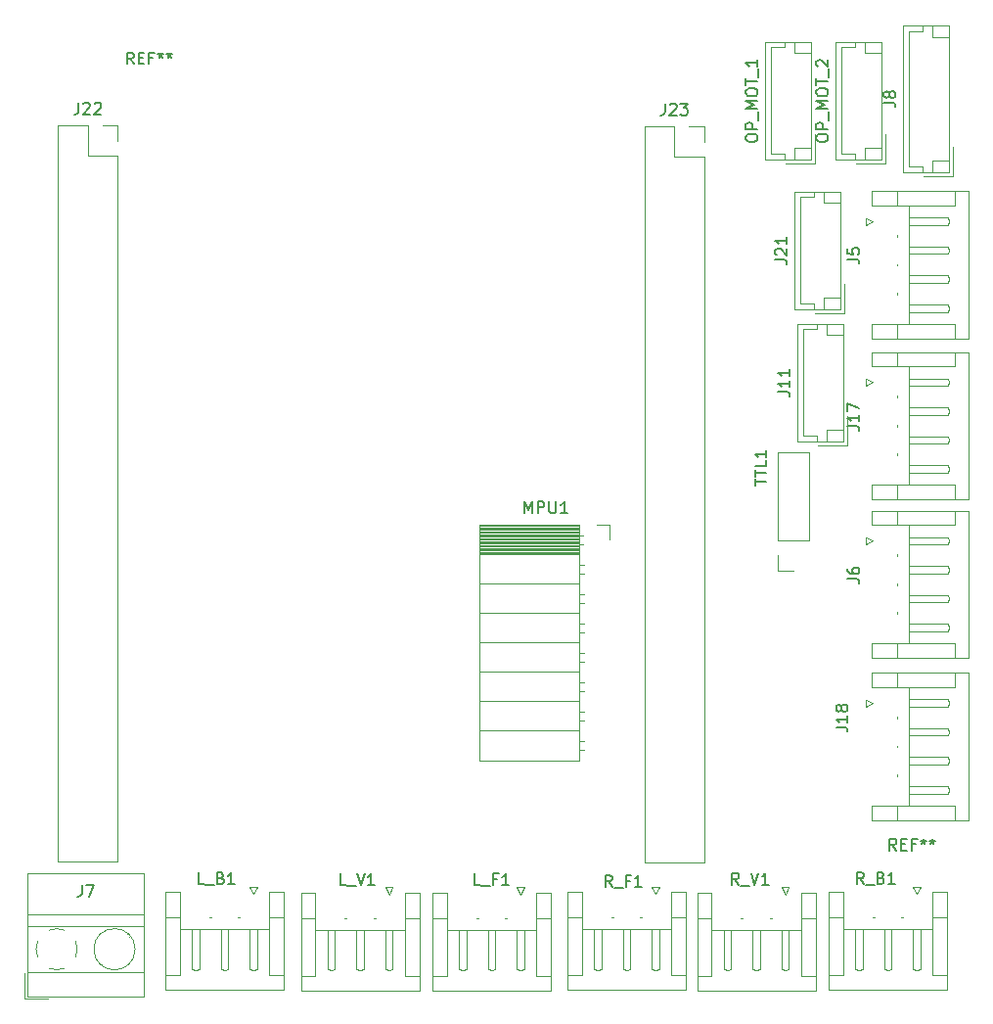
<source format=gbr>
%TF.GenerationSoftware,KiCad,Pcbnew,(5.1.10)-1*%
%TF.CreationDate,2022-05-17T22:08:58+03:00*%
%TF.ProjectId,SAUK-Y v1 STM32F4 Disc,5341554b-2d59-4207-9631-2053544d3332,rev?*%
%TF.SameCoordinates,Original*%
%TF.FileFunction,Legend,Top*%
%TF.FilePolarity,Positive*%
%FSLAX46Y46*%
G04 Gerber Fmt 4.6, Leading zero omitted, Abs format (unit mm)*
G04 Created by KiCad (PCBNEW (5.1.10)-1) date 2022-05-17 22:08:58*
%MOMM*%
%LPD*%
G01*
G04 APERTURE LIST*
%ADD10C,0.120000*%
%ADD11C,0.150000*%
G04 APERTURE END LIST*
D10*
%TO.C,J7*%
X172200000Y-146300000D02*
X174200000Y-146300000D01*
X172200000Y-144060000D02*
X172200000Y-146300000D01*
X178700000Y-143083000D02*
X178650000Y-143133000D01*
X181133000Y-140650000D02*
X181108000Y-140674000D01*
X178892000Y-143325000D02*
X178868000Y-143350000D01*
X181350000Y-140867000D02*
X181301000Y-140917000D01*
X182560000Y-135440000D02*
X182560000Y-146060000D01*
X172440000Y-135440000D02*
X172440000Y-146060000D01*
X172440000Y-146060000D02*
X182560000Y-146060000D01*
X172440000Y-135440000D02*
X182560000Y-135440000D01*
X172440000Y-139000000D02*
X182560000Y-139000000D01*
X172440000Y-140000000D02*
X182560000Y-140000000D01*
X172440000Y-144000000D02*
X182560000Y-144000000D01*
X181780000Y-142000000D02*
G75*
G03*
X181780000Y-142000000I-1780000J0D01*
G01*
X175030814Y-143780389D02*
G75*
G02*
X174304000Y-143639000I-30814J1780389D01*
G01*
X173360795Y-142695516D02*
G75*
G02*
X173361000Y-141304000I1639205J695516D01*
G01*
X174304484Y-140360795D02*
G75*
G02*
X175696000Y-140361000I695516J-1639205D01*
G01*
X176639205Y-141304484D02*
G75*
G02*
X176639000Y-142696000I-1639205J-695516D01*
G01*
X175695501Y-143638499D02*
G75*
G02*
X175000000Y-143780000I-695501J1638499D01*
G01*
%TO.C,J23*%
X229724000Y-70856000D02*
X231054000Y-70856000D01*
X231054000Y-70856000D02*
X231054000Y-72186000D01*
X228454000Y-70856000D02*
X228454000Y-73456000D01*
X228454000Y-73456000D02*
X231054000Y-73456000D01*
X231054000Y-73456000D02*
X231054000Y-134476000D01*
X225854000Y-134476000D02*
X231054000Y-134476000D01*
X225854000Y-70856000D02*
X225854000Y-134476000D01*
X225854000Y-70856000D02*
X228454000Y-70856000D01*
%TO.C,J22*%
X178964000Y-70776000D02*
X180294000Y-70776000D01*
X180294000Y-70776000D02*
X180294000Y-72106000D01*
X177694000Y-70776000D02*
X177694000Y-73376000D01*
X177694000Y-73376000D02*
X180294000Y-73376000D01*
X180294000Y-73376000D02*
X180294000Y-134396000D01*
X175094000Y-134396000D02*
X180294000Y-134396000D01*
X175094000Y-70776000D02*
X175094000Y-134396000D01*
X175094000Y-70776000D02*
X177694000Y-70776000D01*
%TO.C,J18*%
X245042000Y-121014000D02*
X245642000Y-120714000D01*
X245042000Y-120414000D02*
X245042000Y-121014000D01*
X245642000Y-120714000D02*
X245042000Y-120414000D01*
X248732000Y-128534000D02*
X248732000Y-128214000D01*
X252152000Y-128534000D02*
X248732000Y-128534000D01*
X252232000Y-128214000D02*
X252152000Y-128534000D01*
X252152000Y-127894000D02*
X252232000Y-128214000D01*
X248732000Y-127894000D02*
X252152000Y-127894000D01*
X248732000Y-128214000D02*
X248732000Y-127894000D01*
X247732000Y-126884000D02*
X247732000Y-127044000D01*
X248732000Y-126034000D02*
X248732000Y-125714000D01*
X252152000Y-126034000D02*
X248732000Y-126034000D01*
X252232000Y-125714000D02*
X252152000Y-126034000D01*
X252152000Y-125394000D02*
X252232000Y-125714000D01*
X248732000Y-125394000D02*
X252152000Y-125394000D01*
X248732000Y-125714000D02*
X248732000Y-125394000D01*
X247732000Y-124384000D02*
X247732000Y-124544000D01*
X248732000Y-123534000D02*
X248732000Y-123214000D01*
X252152000Y-123534000D02*
X248732000Y-123534000D01*
X252232000Y-123214000D02*
X252152000Y-123534000D01*
X252152000Y-122894000D02*
X252232000Y-123214000D01*
X248732000Y-122894000D02*
X252152000Y-122894000D01*
X248732000Y-123214000D02*
X248732000Y-122894000D01*
X247732000Y-121884000D02*
X247732000Y-122044000D01*
X248732000Y-121034000D02*
X248732000Y-120714000D01*
X252152000Y-121034000D02*
X248732000Y-121034000D01*
X252232000Y-120714000D02*
X252152000Y-121034000D01*
X252152000Y-120394000D02*
X252232000Y-120714000D01*
X248732000Y-120394000D02*
X252152000Y-120394000D01*
X248732000Y-120714000D02*
X248732000Y-120394000D01*
X248732000Y-119324000D02*
X248732000Y-129604000D01*
X247732000Y-129604000D02*
X247732000Y-130824000D01*
X252732000Y-129604000D02*
X247732000Y-129604000D01*
X252732000Y-130824000D02*
X252732000Y-129604000D01*
X247732000Y-119324000D02*
X247732000Y-118104000D01*
X252732000Y-119324000D02*
X247732000Y-119324000D01*
X252732000Y-118104000D02*
X252732000Y-119324000D01*
X245532000Y-129604000D02*
X247732000Y-129604000D01*
X245532000Y-130824000D02*
X245532000Y-129604000D01*
X253952000Y-130824000D02*
X245532000Y-130824000D01*
X253952000Y-118104000D02*
X253952000Y-130824000D01*
X245532000Y-118104000D02*
X253952000Y-118104000D01*
X245532000Y-119324000D02*
X245532000Y-118104000D01*
X247732000Y-119324000D02*
X245532000Y-119324000D01*
%TO.C,J17*%
X245042000Y-93264000D02*
X245642000Y-92964000D01*
X245042000Y-92664000D02*
X245042000Y-93264000D01*
X245642000Y-92964000D02*
X245042000Y-92664000D01*
X248732000Y-100784000D02*
X248732000Y-100464000D01*
X252152000Y-100784000D02*
X248732000Y-100784000D01*
X252232000Y-100464000D02*
X252152000Y-100784000D01*
X252152000Y-100144000D02*
X252232000Y-100464000D01*
X248732000Y-100144000D02*
X252152000Y-100144000D01*
X248732000Y-100464000D02*
X248732000Y-100144000D01*
X247732000Y-99134000D02*
X247732000Y-99294000D01*
X248732000Y-98284000D02*
X248732000Y-97964000D01*
X252152000Y-98284000D02*
X248732000Y-98284000D01*
X252232000Y-97964000D02*
X252152000Y-98284000D01*
X252152000Y-97644000D02*
X252232000Y-97964000D01*
X248732000Y-97644000D02*
X252152000Y-97644000D01*
X248732000Y-97964000D02*
X248732000Y-97644000D01*
X247732000Y-96634000D02*
X247732000Y-96794000D01*
X248732000Y-95784000D02*
X248732000Y-95464000D01*
X252152000Y-95784000D02*
X248732000Y-95784000D01*
X252232000Y-95464000D02*
X252152000Y-95784000D01*
X252152000Y-95144000D02*
X252232000Y-95464000D01*
X248732000Y-95144000D02*
X252152000Y-95144000D01*
X248732000Y-95464000D02*
X248732000Y-95144000D01*
X247732000Y-94134000D02*
X247732000Y-94294000D01*
X248732000Y-93284000D02*
X248732000Y-92964000D01*
X252152000Y-93284000D02*
X248732000Y-93284000D01*
X252232000Y-92964000D02*
X252152000Y-93284000D01*
X252152000Y-92644000D02*
X252232000Y-92964000D01*
X248732000Y-92644000D02*
X252152000Y-92644000D01*
X248732000Y-92964000D02*
X248732000Y-92644000D01*
X248732000Y-91574000D02*
X248732000Y-101854000D01*
X247732000Y-101854000D02*
X247732000Y-103074000D01*
X252732000Y-101854000D02*
X247732000Y-101854000D01*
X252732000Y-103074000D02*
X252732000Y-101854000D01*
X247732000Y-91574000D02*
X247732000Y-90354000D01*
X252732000Y-91574000D02*
X247732000Y-91574000D01*
X252732000Y-90354000D02*
X252732000Y-91574000D01*
X245532000Y-101854000D02*
X247732000Y-101854000D01*
X245532000Y-103074000D02*
X245532000Y-101854000D01*
X253952000Y-103074000D02*
X245532000Y-103074000D01*
X253952000Y-90354000D02*
X253952000Y-103074000D01*
X245532000Y-90354000D02*
X253952000Y-90354000D01*
X245532000Y-91574000D02*
X245532000Y-90354000D01*
X247732000Y-91574000D02*
X245532000Y-91574000D01*
%TO.C,L_B1*%
X191724000Y-136584000D02*
X192024000Y-137184000D01*
X192324000Y-136584000D02*
X191724000Y-136584000D01*
X192024000Y-137184000D02*
X192324000Y-136584000D01*
X186704000Y-140274000D02*
X187024000Y-140274000D01*
X186704000Y-143694000D02*
X186704000Y-140274000D01*
X187024000Y-143774000D02*
X186704000Y-143694000D01*
X187344000Y-143694000D02*
X187024000Y-143774000D01*
X187344000Y-140274000D02*
X187344000Y-143694000D01*
X187024000Y-140274000D02*
X187344000Y-140274000D01*
X188354000Y-139274000D02*
X188194000Y-139274000D01*
X189204000Y-140274000D02*
X189524000Y-140274000D01*
X189204000Y-143694000D02*
X189204000Y-140274000D01*
X189524000Y-143774000D02*
X189204000Y-143694000D01*
X189844000Y-143694000D02*
X189524000Y-143774000D01*
X189844000Y-140274000D02*
X189844000Y-143694000D01*
X189524000Y-140274000D02*
X189844000Y-140274000D01*
X190854000Y-139274000D02*
X190694000Y-139274000D01*
X191704000Y-140274000D02*
X192024000Y-140274000D01*
X191704000Y-143694000D02*
X191704000Y-140274000D01*
X192024000Y-143774000D02*
X191704000Y-143694000D01*
X192344000Y-143694000D02*
X192024000Y-143774000D01*
X192344000Y-140274000D02*
X192344000Y-143694000D01*
X192024000Y-140274000D02*
X192344000Y-140274000D01*
X193414000Y-140274000D02*
X185634000Y-140274000D01*
X185634000Y-139274000D02*
X184414000Y-139274000D01*
X185634000Y-144274000D02*
X185634000Y-139274000D01*
X184414000Y-144274000D02*
X185634000Y-144274000D01*
X193414000Y-139274000D02*
X194634000Y-139274000D01*
X193414000Y-144274000D02*
X193414000Y-139274000D01*
X194634000Y-144274000D02*
X193414000Y-144274000D01*
X185634000Y-137074000D02*
X185634000Y-139274000D01*
X184414000Y-137074000D02*
X185634000Y-137074000D01*
X184414000Y-145494000D02*
X184414000Y-137074000D01*
X194634000Y-145494000D02*
X184414000Y-145494000D01*
X194634000Y-137074000D02*
X194634000Y-145494000D01*
X193414000Y-137074000D02*
X194634000Y-137074000D01*
X193414000Y-139274000D02*
X193414000Y-137074000D01*
%TO.C,L_V1*%
X203466000Y-136654000D02*
X203766000Y-137254000D01*
X204066000Y-136654000D02*
X203466000Y-136654000D01*
X203766000Y-137254000D02*
X204066000Y-136654000D01*
X198446000Y-140344000D02*
X198766000Y-140344000D01*
X198446000Y-143764000D02*
X198446000Y-140344000D01*
X198766000Y-143844000D02*
X198446000Y-143764000D01*
X199086000Y-143764000D02*
X198766000Y-143844000D01*
X199086000Y-140344000D02*
X199086000Y-143764000D01*
X198766000Y-140344000D02*
X199086000Y-140344000D01*
X200096000Y-139344000D02*
X199936000Y-139344000D01*
X200946000Y-140344000D02*
X201266000Y-140344000D01*
X200946000Y-143764000D02*
X200946000Y-140344000D01*
X201266000Y-143844000D02*
X200946000Y-143764000D01*
X201586000Y-143764000D02*
X201266000Y-143844000D01*
X201586000Y-140344000D02*
X201586000Y-143764000D01*
X201266000Y-140344000D02*
X201586000Y-140344000D01*
X202596000Y-139344000D02*
X202436000Y-139344000D01*
X203446000Y-140344000D02*
X203766000Y-140344000D01*
X203446000Y-143764000D02*
X203446000Y-140344000D01*
X203766000Y-143844000D02*
X203446000Y-143764000D01*
X204086000Y-143764000D02*
X203766000Y-143844000D01*
X204086000Y-140344000D02*
X204086000Y-143764000D01*
X203766000Y-140344000D02*
X204086000Y-140344000D01*
X205156000Y-140344000D02*
X197376000Y-140344000D01*
X197376000Y-139344000D02*
X196156000Y-139344000D01*
X197376000Y-144344000D02*
X197376000Y-139344000D01*
X196156000Y-144344000D02*
X197376000Y-144344000D01*
X205156000Y-139344000D02*
X206376000Y-139344000D01*
X205156000Y-144344000D02*
X205156000Y-139344000D01*
X206376000Y-144344000D02*
X205156000Y-144344000D01*
X197376000Y-137144000D02*
X197376000Y-139344000D01*
X196156000Y-137144000D02*
X197376000Y-137144000D01*
X196156000Y-145564000D02*
X196156000Y-137144000D01*
X206376000Y-145564000D02*
X196156000Y-145564000D01*
X206376000Y-137144000D02*
X206376000Y-145564000D01*
X205156000Y-137144000D02*
X206376000Y-137144000D01*
X205156000Y-139344000D02*
X205156000Y-137144000D01*
%TO.C,J6*%
X245042000Y-106980000D02*
X245642000Y-106680000D01*
X245042000Y-106380000D02*
X245042000Y-106980000D01*
X245642000Y-106680000D02*
X245042000Y-106380000D01*
X248732000Y-114500000D02*
X248732000Y-114180000D01*
X252152000Y-114500000D02*
X248732000Y-114500000D01*
X252232000Y-114180000D02*
X252152000Y-114500000D01*
X252152000Y-113860000D02*
X252232000Y-114180000D01*
X248732000Y-113860000D02*
X252152000Y-113860000D01*
X248732000Y-114180000D02*
X248732000Y-113860000D01*
X247732000Y-112850000D02*
X247732000Y-113010000D01*
X248732000Y-112000000D02*
X248732000Y-111680000D01*
X252152000Y-112000000D02*
X248732000Y-112000000D01*
X252232000Y-111680000D02*
X252152000Y-112000000D01*
X252152000Y-111360000D02*
X252232000Y-111680000D01*
X248732000Y-111360000D02*
X252152000Y-111360000D01*
X248732000Y-111680000D02*
X248732000Y-111360000D01*
X247732000Y-110350000D02*
X247732000Y-110510000D01*
X248732000Y-109500000D02*
X248732000Y-109180000D01*
X252152000Y-109500000D02*
X248732000Y-109500000D01*
X252232000Y-109180000D02*
X252152000Y-109500000D01*
X252152000Y-108860000D02*
X252232000Y-109180000D01*
X248732000Y-108860000D02*
X252152000Y-108860000D01*
X248732000Y-109180000D02*
X248732000Y-108860000D01*
X247732000Y-107850000D02*
X247732000Y-108010000D01*
X248732000Y-107000000D02*
X248732000Y-106680000D01*
X252152000Y-107000000D02*
X248732000Y-107000000D01*
X252232000Y-106680000D02*
X252152000Y-107000000D01*
X252152000Y-106360000D02*
X252232000Y-106680000D01*
X248732000Y-106360000D02*
X252152000Y-106360000D01*
X248732000Y-106680000D02*
X248732000Y-106360000D01*
X248732000Y-105290000D02*
X248732000Y-115570000D01*
X247732000Y-115570000D02*
X247732000Y-116790000D01*
X252732000Y-115570000D02*
X247732000Y-115570000D01*
X252732000Y-116790000D02*
X252732000Y-115570000D01*
X247732000Y-105290000D02*
X247732000Y-104070000D01*
X252732000Y-105290000D02*
X247732000Y-105290000D01*
X252732000Y-104070000D02*
X252732000Y-105290000D01*
X245532000Y-115570000D02*
X247732000Y-115570000D01*
X245532000Y-116790000D02*
X245532000Y-115570000D01*
X253952000Y-116790000D02*
X245532000Y-116790000D01*
X253952000Y-104070000D02*
X253952000Y-116790000D01*
X245532000Y-104070000D02*
X253952000Y-104070000D01*
X245532000Y-105290000D02*
X245532000Y-104070000D01*
X247732000Y-105290000D02*
X245532000Y-105290000D01*
%TO.C,J5*%
X245042000Y-79358000D02*
X245642000Y-79058000D01*
X245042000Y-78758000D02*
X245042000Y-79358000D01*
X245642000Y-79058000D02*
X245042000Y-78758000D01*
X248732000Y-86878000D02*
X248732000Y-86558000D01*
X252152000Y-86878000D02*
X248732000Y-86878000D01*
X252232000Y-86558000D02*
X252152000Y-86878000D01*
X252152000Y-86238000D02*
X252232000Y-86558000D01*
X248732000Y-86238000D02*
X252152000Y-86238000D01*
X248732000Y-86558000D02*
X248732000Y-86238000D01*
X247732000Y-85228000D02*
X247732000Y-85388000D01*
X248732000Y-84378000D02*
X248732000Y-84058000D01*
X252152000Y-84378000D02*
X248732000Y-84378000D01*
X252232000Y-84058000D02*
X252152000Y-84378000D01*
X252152000Y-83738000D02*
X252232000Y-84058000D01*
X248732000Y-83738000D02*
X252152000Y-83738000D01*
X248732000Y-84058000D02*
X248732000Y-83738000D01*
X247732000Y-82728000D02*
X247732000Y-82888000D01*
X248732000Y-81878000D02*
X248732000Y-81558000D01*
X252152000Y-81878000D02*
X248732000Y-81878000D01*
X252232000Y-81558000D02*
X252152000Y-81878000D01*
X252152000Y-81238000D02*
X252232000Y-81558000D01*
X248732000Y-81238000D02*
X252152000Y-81238000D01*
X248732000Y-81558000D02*
X248732000Y-81238000D01*
X247732000Y-80228000D02*
X247732000Y-80388000D01*
X248732000Y-79378000D02*
X248732000Y-79058000D01*
X252152000Y-79378000D02*
X248732000Y-79378000D01*
X252232000Y-79058000D02*
X252152000Y-79378000D01*
X252152000Y-78738000D02*
X252232000Y-79058000D01*
X248732000Y-78738000D02*
X252152000Y-78738000D01*
X248732000Y-79058000D02*
X248732000Y-78738000D01*
X248732000Y-77668000D02*
X248732000Y-87948000D01*
X247732000Y-87948000D02*
X247732000Y-89168000D01*
X252732000Y-87948000D02*
X247732000Y-87948000D01*
X252732000Y-89168000D02*
X252732000Y-87948000D01*
X247732000Y-77668000D02*
X247732000Y-76448000D01*
X252732000Y-77668000D02*
X247732000Y-77668000D01*
X252732000Y-76448000D02*
X252732000Y-77668000D01*
X245532000Y-87948000D02*
X247732000Y-87948000D01*
X245532000Y-89168000D02*
X245532000Y-87948000D01*
X253952000Y-89168000D02*
X245532000Y-89168000D01*
X253952000Y-76448000D02*
X253952000Y-89168000D01*
X245532000Y-76448000D02*
X253952000Y-76448000D01*
X245532000Y-77668000D02*
X245532000Y-76448000D01*
X247732000Y-77668000D02*
X245532000Y-77668000D01*
%TO.C,L_F1*%
X214838000Y-136654000D02*
X215138000Y-137254000D01*
X215438000Y-136654000D02*
X214838000Y-136654000D01*
X215138000Y-137254000D02*
X215438000Y-136654000D01*
X209818000Y-140344000D02*
X210138000Y-140344000D01*
X209818000Y-143764000D02*
X209818000Y-140344000D01*
X210138000Y-143844000D02*
X209818000Y-143764000D01*
X210458000Y-143764000D02*
X210138000Y-143844000D01*
X210458000Y-140344000D02*
X210458000Y-143764000D01*
X210138000Y-140344000D02*
X210458000Y-140344000D01*
X211468000Y-139344000D02*
X211308000Y-139344000D01*
X212318000Y-140344000D02*
X212638000Y-140344000D01*
X212318000Y-143764000D02*
X212318000Y-140344000D01*
X212638000Y-143844000D02*
X212318000Y-143764000D01*
X212958000Y-143764000D02*
X212638000Y-143844000D01*
X212958000Y-140344000D02*
X212958000Y-143764000D01*
X212638000Y-140344000D02*
X212958000Y-140344000D01*
X213968000Y-139344000D02*
X213808000Y-139344000D01*
X214818000Y-140344000D02*
X215138000Y-140344000D01*
X214818000Y-143764000D02*
X214818000Y-140344000D01*
X215138000Y-143844000D02*
X214818000Y-143764000D01*
X215458000Y-143764000D02*
X215138000Y-143844000D01*
X215458000Y-140344000D02*
X215458000Y-143764000D01*
X215138000Y-140344000D02*
X215458000Y-140344000D01*
X216528000Y-140344000D02*
X208748000Y-140344000D01*
X208748000Y-139344000D02*
X207528000Y-139344000D01*
X208748000Y-144344000D02*
X208748000Y-139344000D01*
X207528000Y-144344000D02*
X208748000Y-144344000D01*
X216528000Y-139344000D02*
X217748000Y-139344000D01*
X216528000Y-144344000D02*
X216528000Y-139344000D01*
X217748000Y-144344000D02*
X216528000Y-144344000D01*
X208748000Y-137144000D02*
X208748000Y-139344000D01*
X207528000Y-137144000D02*
X208748000Y-137144000D01*
X207528000Y-145564000D02*
X207528000Y-137144000D01*
X217748000Y-145564000D02*
X207528000Y-145564000D01*
X217748000Y-137144000D02*
X217748000Y-145564000D01*
X216528000Y-137144000D02*
X217748000Y-137144000D01*
X216528000Y-139344000D02*
X216528000Y-137144000D01*
%TO.C,R_F1*%
X226522000Y-136584000D02*
X226822000Y-137184000D01*
X227122000Y-136584000D02*
X226522000Y-136584000D01*
X226822000Y-137184000D02*
X227122000Y-136584000D01*
X221502000Y-140274000D02*
X221822000Y-140274000D01*
X221502000Y-143694000D02*
X221502000Y-140274000D01*
X221822000Y-143774000D02*
X221502000Y-143694000D01*
X222142000Y-143694000D02*
X221822000Y-143774000D01*
X222142000Y-140274000D02*
X222142000Y-143694000D01*
X221822000Y-140274000D02*
X222142000Y-140274000D01*
X223152000Y-139274000D02*
X222992000Y-139274000D01*
X224002000Y-140274000D02*
X224322000Y-140274000D01*
X224002000Y-143694000D02*
X224002000Y-140274000D01*
X224322000Y-143774000D02*
X224002000Y-143694000D01*
X224642000Y-143694000D02*
X224322000Y-143774000D01*
X224642000Y-140274000D02*
X224642000Y-143694000D01*
X224322000Y-140274000D02*
X224642000Y-140274000D01*
X225652000Y-139274000D02*
X225492000Y-139274000D01*
X226502000Y-140274000D02*
X226822000Y-140274000D01*
X226502000Y-143694000D02*
X226502000Y-140274000D01*
X226822000Y-143774000D02*
X226502000Y-143694000D01*
X227142000Y-143694000D02*
X226822000Y-143774000D01*
X227142000Y-140274000D02*
X227142000Y-143694000D01*
X226822000Y-140274000D02*
X227142000Y-140274000D01*
X228212000Y-140274000D02*
X220432000Y-140274000D01*
X220432000Y-139274000D02*
X219212000Y-139274000D01*
X220432000Y-144274000D02*
X220432000Y-139274000D01*
X219212000Y-144274000D02*
X220432000Y-144274000D01*
X228212000Y-139274000D02*
X229432000Y-139274000D01*
X228212000Y-144274000D02*
X228212000Y-139274000D01*
X229432000Y-144274000D02*
X228212000Y-144274000D01*
X220432000Y-137074000D02*
X220432000Y-139274000D01*
X219212000Y-137074000D02*
X220432000Y-137074000D01*
X219212000Y-145494000D02*
X219212000Y-137074000D01*
X229432000Y-145494000D02*
X219212000Y-145494000D01*
X229432000Y-137074000D02*
X229432000Y-145494000D01*
X228212000Y-137074000D02*
X229432000Y-137074000D01*
X228212000Y-139274000D02*
X228212000Y-137074000D01*
%TO.C,R_V1*%
X237756000Y-136654000D02*
X238056000Y-137254000D01*
X238356000Y-136654000D02*
X237756000Y-136654000D01*
X238056000Y-137254000D02*
X238356000Y-136654000D01*
X232736000Y-140344000D02*
X233056000Y-140344000D01*
X232736000Y-143764000D02*
X232736000Y-140344000D01*
X233056000Y-143844000D02*
X232736000Y-143764000D01*
X233376000Y-143764000D02*
X233056000Y-143844000D01*
X233376000Y-140344000D02*
X233376000Y-143764000D01*
X233056000Y-140344000D02*
X233376000Y-140344000D01*
X234386000Y-139344000D02*
X234226000Y-139344000D01*
X235236000Y-140344000D02*
X235556000Y-140344000D01*
X235236000Y-143764000D02*
X235236000Y-140344000D01*
X235556000Y-143844000D02*
X235236000Y-143764000D01*
X235876000Y-143764000D02*
X235556000Y-143844000D01*
X235876000Y-140344000D02*
X235876000Y-143764000D01*
X235556000Y-140344000D02*
X235876000Y-140344000D01*
X236886000Y-139344000D02*
X236726000Y-139344000D01*
X237736000Y-140344000D02*
X238056000Y-140344000D01*
X237736000Y-143764000D02*
X237736000Y-140344000D01*
X238056000Y-143844000D02*
X237736000Y-143764000D01*
X238376000Y-143764000D02*
X238056000Y-143844000D01*
X238376000Y-140344000D02*
X238376000Y-143764000D01*
X238056000Y-140344000D02*
X238376000Y-140344000D01*
X239446000Y-140344000D02*
X231666000Y-140344000D01*
X231666000Y-139344000D02*
X230446000Y-139344000D01*
X231666000Y-144344000D02*
X231666000Y-139344000D01*
X230446000Y-144344000D02*
X231666000Y-144344000D01*
X239446000Y-139344000D02*
X240666000Y-139344000D01*
X239446000Y-144344000D02*
X239446000Y-139344000D01*
X240666000Y-144344000D02*
X239446000Y-144344000D01*
X231666000Y-137144000D02*
X231666000Y-139344000D01*
X230446000Y-137144000D02*
X231666000Y-137144000D01*
X230446000Y-145564000D02*
X230446000Y-137144000D01*
X240666000Y-145564000D02*
X230446000Y-145564000D01*
X240666000Y-137144000D02*
X240666000Y-145564000D01*
X239446000Y-137144000D02*
X240666000Y-137144000D01*
X239446000Y-139344000D02*
X239446000Y-137144000D01*
%TO.C,R_B1*%
X249128000Y-136584000D02*
X249428000Y-137184000D01*
X249728000Y-136584000D02*
X249128000Y-136584000D01*
X249428000Y-137184000D02*
X249728000Y-136584000D01*
X244108000Y-140274000D02*
X244428000Y-140274000D01*
X244108000Y-143694000D02*
X244108000Y-140274000D01*
X244428000Y-143774000D02*
X244108000Y-143694000D01*
X244748000Y-143694000D02*
X244428000Y-143774000D01*
X244748000Y-140274000D02*
X244748000Y-143694000D01*
X244428000Y-140274000D02*
X244748000Y-140274000D01*
X245758000Y-139274000D02*
X245598000Y-139274000D01*
X246608000Y-140274000D02*
X246928000Y-140274000D01*
X246608000Y-143694000D02*
X246608000Y-140274000D01*
X246928000Y-143774000D02*
X246608000Y-143694000D01*
X247248000Y-143694000D02*
X246928000Y-143774000D01*
X247248000Y-140274000D02*
X247248000Y-143694000D01*
X246928000Y-140274000D02*
X247248000Y-140274000D01*
X248258000Y-139274000D02*
X248098000Y-139274000D01*
X249108000Y-140274000D02*
X249428000Y-140274000D01*
X249108000Y-143694000D02*
X249108000Y-140274000D01*
X249428000Y-143774000D02*
X249108000Y-143694000D01*
X249748000Y-143694000D02*
X249428000Y-143774000D01*
X249748000Y-140274000D02*
X249748000Y-143694000D01*
X249428000Y-140274000D02*
X249748000Y-140274000D01*
X250818000Y-140274000D02*
X243038000Y-140274000D01*
X243038000Y-139274000D02*
X241818000Y-139274000D01*
X243038000Y-144274000D02*
X243038000Y-139274000D01*
X241818000Y-144274000D02*
X243038000Y-144274000D01*
X250818000Y-139274000D02*
X252038000Y-139274000D01*
X250818000Y-144274000D02*
X250818000Y-139274000D01*
X252038000Y-144274000D02*
X250818000Y-144274000D01*
X243038000Y-137074000D02*
X243038000Y-139274000D01*
X241818000Y-137074000D02*
X243038000Y-137074000D01*
X241818000Y-145494000D02*
X241818000Y-137074000D01*
X252038000Y-145494000D02*
X241818000Y-145494000D01*
X252038000Y-137074000D02*
X252038000Y-145494000D01*
X250818000Y-137074000D02*
X252038000Y-137074000D01*
X250818000Y-139274000D02*
X250818000Y-137074000D01*
%TO.C,J8*%
X248226000Y-74810000D02*
X252246000Y-74810000D01*
X252246000Y-74810000D02*
X252246000Y-62090000D01*
X252246000Y-62090000D02*
X248226000Y-62090000D01*
X248226000Y-62090000D02*
X248226000Y-74810000D01*
X249936000Y-74810000D02*
X249936000Y-74310000D01*
X249936000Y-74310000D02*
X248726000Y-74310000D01*
X248726000Y-74310000D02*
X248726000Y-62590000D01*
X248726000Y-62590000D02*
X249936000Y-62590000D01*
X249936000Y-62590000D02*
X249936000Y-62090000D01*
X250746000Y-74810000D02*
X250746000Y-73810000D01*
X250746000Y-73810000D02*
X252246000Y-73810000D01*
X250746000Y-62090000D02*
X250746000Y-63090000D01*
X250746000Y-63090000D02*
X252246000Y-63090000D01*
X250046000Y-75110000D02*
X252546000Y-75110000D01*
X252546000Y-75110000D02*
X252546000Y-72610000D01*
%TO.C,J11*%
X239082000Y-98114000D02*
X243102000Y-98114000D01*
X243102000Y-98114000D02*
X243102000Y-87894000D01*
X243102000Y-87894000D02*
X239082000Y-87894000D01*
X239082000Y-87894000D02*
X239082000Y-98114000D01*
X240792000Y-98114000D02*
X240792000Y-97614000D01*
X240792000Y-97614000D02*
X239582000Y-97614000D01*
X239582000Y-97614000D02*
X239582000Y-88394000D01*
X239582000Y-88394000D02*
X240792000Y-88394000D01*
X240792000Y-88394000D02*
X240792000Y-87894000D01*
X241602000Y-98114000D02*
X241602000Y-97114000D01*
X241602000Y-97114000D02*
X243102000Y-97114000D01*
X241602000Y-87894000D02*
X241602000Y-88894000D01*
X241602000Y-88894000D02*
X243102000Y-88894000D01*
X240902000Y-98414000D02*
X243402000Y-98414000D01*
X243402000Y-98414000D02*
X243402000Y-95914000D01*
%TO.C,OP_MOT_1*%
X240608000Y-74030000D02*
X240608000Y-71530000D01*
X238108000Y-74030000D02*
X240608000Y-74030000D01*
X238808000Y-64510000D02*
X240308000Y-64510000D01*
X238808000Y-63510000D02*
X238808000Y-64510000D01*
X238808000Y-72730000D02*
X240308000Y-72730000D01*
X238808000Y-73730000D02*
X238808000Y-72730000D01*
X237998000Y-64010000D02*
X237998000Y-63510000D01*
X236788000Y-64010000D02*
X237998000Y-64010000D01*
X236788000Y-73230000D02*
X236788000Y-64010000D01*
X237998000Y-73230000D02*
X236788000Y-73230000D01*
X237998000Y-73730000D02*
X237998000Y-73230000D01*
X236288000Y-63510000D02*
X236288000Y-73730000D01*
X240308000Y-63510000D02*
X236288000Y-63510000D01*
X240308000Y-73730000D02*
X240308000Y-63510000D01*
X236288000Y-73730000D02*
X240308000Y-73730000D01*
%TO.C,OP_MOT_2*%
X242384000Y-73730000D02*
X246404000Y-73730000D01*
X246404000Y-73730000D02*
X246404000Y-63510000D01*
X246404000Y-63510000D02*
X242384000Y-63510000D01*
X242384000Y-63510000D02*
X242384000Y-73730000D01*
X244094000Y-73730000D02*
X244094000Y-73230000D01*
X244094000Y-73230000D02*
X242884000Y-73230000D01*
X242884000Y-73230000D02*
X242884000Y-64010000D01*
X242884000Y-64010000D02*
X244094000Y-64010000D01*
X244094000Y-64010000D02*
X244094000Y-63510000D01*
X244904000Y-73730000D02*
X244904000Y-72730000D01*
X244904000Y-72730000D02*
X246404000Y-72730000D01*
X244904000Y-63510000D02*
X244904000Y-64510000D01*
X244904000Y-64510000D02*
X246404000Y-64510000D01*
X244204000Y-74030000D02*
X246704000Y-74030000D01*
X246704000Y-74030000D02*
X246704000Y-71530000D01*
%TO.C,J21*%
X243148000Y-86984000D02*
X243148000Y-84484000D01*
X240648000Y-86984000D02*
X243148000Y-86984000D01*
X241348000Y-77464000D02*
X242848000Y-77464000D01*
X241348000Y-76464000D02*
X241348000Y-77464000D01*
X241348000Y-85684000D02*
X242848000Y-85684000D01*
X241348000Y-86684000D02*
X241348000Y-85684000D01*
X240538000Y-76964000D02*
X240538000Y-76464000D01*
X239328000Y-76964000D02*
X240538000Y-76964000D01*
X239328000Y-86184000D02*
X239328000Y-76964000D01*
X240538000Y-86184000D02*
X239328000Y-86184000D01*
X240538000Y-86684000D02*
X240538000Y-86184000D01*
X238828000Y-76464000D02*
X238828000Y-86684000D01*
X242848000Y-76464000D02*
X238828000Y-76464000D01*
X242848000Y-86684000D02*
X242848000Y-76464000D01*
X238828000Y-86684000D02*
X242848000Y-86684000D01*
%TO.C,TTL1*%
X240090000Y-106680000D02*
X237430000Y-106680000D01*
X240090000Y-106680000D02*
X240090000Y-99000000D01*
X240090000Y-99000000D02*
X237430000Y-99000000D01*
X237430000Y-106680000D02*
X237430000Y-99000000D01*
X237430000Y-109280000D02*
X237430000Y-107950000D01*
X238760000Y-109280000D02*
X237430000Y-109280000D01*
%TO.C,MPU1*%
X211610000Y-105390000D02*
X220240000Y-105390000D01*
X211610000Y-105508095D02*
X220240000Y-105508095D01*
X211610000Y-105626190D02*
X220240000Y-105626190D01*
X211610000Y-105744285D02*
X220240000Y-105744285D01*
X211610000Y-105862380D02*
X220240000Y-105862380D01*
X211610000Y-105980475D02*
X220240000Y-105980475D01*
X211610000Y-106098570D02*
X220240000Y-106098570D01*
X211610000Y-106216665D02*
X220240000Y-106216665D01*
X211610000Y-106334760D02*
X220240000Y-106334760D01*
X211610000Y-106452855D02*
X220240000Y-106452855D01*
X211610000Y-106570950D02*
X220240000Y-106570950D01*
X211610000Y-106689045D02*
X220240000Y-106689045D01*
X211610000Y-106807140D02*
X220240000Y-106807140D01*
X211610000Y-106925235D02*
X220240000Y-106925235D01*
X211610000Y-107043330D02*
X220240000Y-107043330D01*
X211610000Y-107161425D02*
X220240000Y-107161425D01*
X211610000Y-107279520D02*
X220240000Y-107279520D01*
X211610000Y-107397615D02*
X220240000Y-107397615D01*
X211610000Y-107515710D02*
X220240000Y-107515710D01*
X211610000Y-107633805D02*
X220240000Y-107633805D01*
X211610000Y-107751900D02*
X220240000Y-107751900D01*
X220240000Y-106240000D02*
X220590000Y-106240000D01*
X220240000Y-106960000D02*
X220590000Y-106960000D01*
X220240000Y-108780000D02*
X220650000Y-108780000D01*
X220240000Y-109500000D02*
X220650000Y-109500000D01*
X220240000Y-111320000D02*
X220650000Y-111320000D01*
X220240000Y-112040000D02*
X220650000Y-112040000D01*
X220240000Y-113860000D02*
X220650000Y-113860000D01*
X220240000Y-114580000D02*
X220650000Y-114580000D01*
X220240000Y-116400000D02*
X220650000Y-116400000D01*
X220240000Y-117120000D02*
X220650000Y-117120000D01*
X220240000Y-118940000D02*
X220650000Y-118940000D01*
X220240000Y-119660000D02*
X220650000Y-119660000D01*
X220240000Y-121480000D02*
X220650000Y-121480000D01*
X220240000Y-122200000D02*
X220650000Y-122200000D01*
X220240000Y-124020000D02*
X220650000Y-124020000D01*
X220240000Y-124740000D02*
X220650000Y-124740000D01*
X211610000Y-107870000D02*
X220240000Y-107870000D01*
X211610000Y-110410000D02*
X220240000Y-110410000D01*
X211610000Y-112950000D02*
X220240000Y-112950000D01*
X211610000Y-115490000D02*
X220240000Y-115490000D01*
X211610000Y-118030000D02*
X220240000Y-118030000D01*
X211610000Y-120570000D02*
X220240000Y-120570000D01*
X211610000Y-123110000D02*
X220240000Y-123110000D01*
X211610000Y-105270000D02*
X220240000Y-105270000D01*
X220240000Y-105270000D02*
X220240000Y-125710000D01*
X211610000Y-125710000D02*
X220240000Y-125710000D01*
X211610000Y-105270000D02*
X211610000Y-125710000D01*
X222810000Y-105270000D02*
X222810000Y-106600000D01*
X221700000Y-105270000D02*
X222810000Y-105270000D01*
%TO.C,J7*%
D11*
X177166666Y-136452380D02*
X177166666Y-137166666D01*
X177119047Y-137309523D01*
X177023809Y-137404761D01*
X176880952Y-137452380D01*
X176785714Y-137452380D01*
X177547619Y-136452380D02*
X178214285Y-136452380D01*
X177785714Y-137452380D01*
%TO.C,REF\u002A\u002A*%
X247666666Y-133452380D02*
X247333333Y-132976190D01*
X247095238Y-133452380D02*
X247095238Y-132452380D01*
X247476190Y-132452380D01*
X247571428Y-132500000D01*
X247619047Y-132547619D01*
X247666666Y-132642857D01*
X247666666Y-132785714D01*
X247619047Y-132880952D01*
X247571428Y-132928571D01*
X247476190Y-132976190D01*
X247095238Y-132976190D01*
X248095238Y-132928571D02*
X248428571Y-132928571D01*
X248571428Y-133452380D02*
X248095238Y-133452380D01*
X248095238Y-132452380D01*
X248571428Y-132452380D01*
X249333333Y-132928571D02*
X249000000Y-132928571D01*
X249000000Y-133452380D02*
X249000000Y-132452380D01*
X249476190Y-132452380D01*
X250000000Y-132452380D02*
X250000000Y-132690476D01*
X249761904Y-132595238D02*
X250000000Y-132690476D01*
X250238095Y-132595238D01*
X249857142Y-132880952D02*
X250000000Y-132690476D01*
X250142857Y-132880952D01*
X250761904Y-132452380D02*
X250761904Y-132690476D01*
X250523809Y-132595238D02*
X250761904Y-132690476D01*
X251000000Y-132595238D01*
X250619047Y-132880952D02*
X250761904Y-132690476D01*
X250904761Y-132880952D01*
X181666666Y-65452380D02*
X181333333Y-64976190D01*
X181095238Y-65452380D02*
X181095238Y-64452380D01*
X181476190Y-64452380D01*
X181571428Y-64500000D01*
X181619047Y-64547619D01*
X181666666Y-64642857D01*
X181666666Y-64785714D01*
X181619047Y-64880952D01*
X181571428Y-64928571D01*
X181476190Y-64976190D01*
X181095238Y-64976190D01*
X182095238Y-64928571D02*
X182428571Y-64928571D01*
X182571428Y-65452380D02*
X182095238Y-65452380D01*
X182095238Y-64452380D01*
X182571428Y-64452380D01*
X183333333Y-64928571D02*
X183000000Y-64928571D01*
X183000000Y-65452380D02*
X183000000Y-64452380D01*
X183476190Y-64452380D01*
X184000000Y-64452380D02*
X184000000Y-64690476D01*
X183761904Y-64595238D02*
X184000000Y-64690476D01*
X184238095Y-64595238D01*
X183857142Y-64880952D02*
X184000000Y-64690476D01*
X184142857Y-64880952D01*
X184761904Y-64452380D02*
X184761904Y-64690476D01*
X184523809Y-64595238D02*
X184761904Y-64690476D01*
X185000000Y-64595238D01*
X184619047Y-64880952D02*
X184761904Y-64690476D01*
X184904761Y-64880952D01*
%TO.C,J23*%
X227644476Y-68868380D02*
X227644476Y-69582666D01*
X227596857Y-69725523D01*
X227501619Y-69820761D01*
X227358761Y-69868380D01*
X227263523Y-69868380D01*
X228073047Y-68963619D02*
X228120666Y-68916000D01*
X228215904Y-68868380D01*
X228454000Y-68868380D01*
X228549238Y-68916000D01*
X228596857Y-68963619D01*
X228644476Y-69058857D01*
X228644476Y-69154095D01*
X228596857Y-69296952D01*
X228025428Y-69868380D01*
X228644476Y-69868380D01*
X228977809Y-68868380D02*
X229596857Y-68868380D01*
X229263523Y-69249333D01*
X229406380Y-69249333D01*
X229501619Y-69296952D01*
X229549238Y-69344571D01*
X229596857Y-69439809D01*
X229596857Y-69677904D01*
X229549238Y-69773142D01*
X229501619Y-69820761D01*
X229406380Y-69868380D01*
X229120666Y-69868380D01*
X229025428Y-69820761D01*
X228977809Y-69773142D01*
%TO.C,J22*%
X176884476Y-68788380D02*
X176884476Y-69502666D01*
X176836857Y-69645523D01*
X176741619Y-69740761D01*
X176598761Y-69788380D01*
X176503523Y-69788380D01*
X177313047Y-68883619D02*
X177360666Y-68836000D01*
X177455904Y-68788380D01*
X177694000Y-68788380D01*
X177789238Y-68836000D01*
X177836857Y-68883619D01*
X177884476Y-68978857D01*
X177884476Y-69074095D01*
X177836857Y-69216952D01*
X177265428Y-69788380D01*
X177884476Y-69788380D01*
X178265428Y-68883619D02*
X178313047Y-68836000D01*
X178408285Y-68788380D01*
X178646380Y-68788380D01*
X178741619Y-68836000D01*
X178789238Y-68883619D01*
X178836857Y-68978857D01*
X178836857Y-69074095D01*
X178789238Y-69216952D01*
X178217809Y-69788380D01*
X178836857Y-69788380D01*
%TO.C,J18*%
X242452380Y-122809523D02*
X243166666Y-122809523D01*
X243309523Y-122857142D01*
X243404761Y-122952380D01*
X243452380Y-123095238D01*
X243452380Y-123190476D01*
X243452380Y-121809523D02*
X243452380Y-122380952D01*
X243452380Y-122095238D02*
X242452380Y-122095238D01*
X242595238Y-122190476D01*
X242690476Y-122285714D01*
X242738095Y-122380952D01*
X242880952Y-121238095D02*
X242833333Y-121333333D01*
X242785714Y-121380952D01*
X242690476Y-121428571D01*
X242642857Y-121428571D01*
X242547619Y-121380952D01*
X242500000Y-121333333D01*
X242452380Y-121238095D01*
X242452380Y-121047619D01*
X242500000Y-120952380D01*
X242547619Y-120904761D01*
X242642857Y-120857142D01*
X242690476Y-120857142D01*
X242785714Y-120904761D01*
X242833333Y-120952380D01*
X242880952Y-121047619D01*
X242880952Y-121238095D01*
X242928571Y-121333333D01*
X242976190Y-121380952D01*
X243071428Y-121428571D01*
X243261904Y-121428571D01*
X243357142Y-121380952D01*
X243404761Y-121333333D01*
X243452380Y-121238095D01*
X243452380Y-121047619D01*
X243404761Y-120952380D01*
X243357142Y-120904761D01*
X243261904Y-120857142D01*
X243071428Y-120857142D01*
X242976190Y-120904761D01*
X242928571Y-120952380D01*
X242880952Y-121047619D01*
%TO.C,J17*%
X243452380Y-96775523D02*
X244166666Y-96775523D01*
X244309523Y-96823142D01*
X244404761Y-96918380D01*
X244452380Y-97061238D01*
X244452380Y-97156476D01*
X244452380Y-95775523D02*
X244452380Y-96346952D01*
X244452380Y-96061238D02*
X243452380Y-96061238D01*
X243595238Y-96156476D01*
X243690476Y-96251714D01*
X243738095Y-96346952D01*
X243452380Y-95442190D02*
X243452380Y-94775523D01*
X244452380Y-95204095D01*
%TO.C,L_B1*%
X187780380Y-136382380D02*
X187304190Y-136382380D01*
X187304190Y-135382380D01*
X187875619Y-136477619D02*
X188637523Y-136477619D01*
X189208952Y-135858571D02*
X189351809Y-135906190D01*
X189399428Y-135953809D01*
X189447047Y-136049047D01*
X189447047Y-136191904D01*
X189399428Y-136287142D01*
X189351809Y-136334761D01*
X189256571Y-136382380D01*
X188875619Y-136382380D01*
X188875619Y-135382380D01*
X189208952Y-135382380D01*
X189304190Y-135430000D01*
X189351809Y-135477619D01*
X189399428Y-135572857D01*
X189399428Y-135668095D01*
X189351809Y-135763333D01*
X189304190Y-135810952D01*
X189208952Y-135858571D01*
X188875619Y-135858571D01*
X190399428Y-136382380D02*
X189828000Y-136382380D01*
X190113714Y-136382380D02*
X190113714Y-135382380D01*
X190018476Y-135525238D01*
X189923238Y-135620476D01*
X189828000Y-135668095D01*
%TO.C,L_V1*%
X200023809Y-136452380D02*
X199547619Y-136452380D01*
X199547619Y-135452380D01*
X200119047Y-136547619D02*
X200880952Y-136547619D01*
X200976190Y-135452380D02*
X201309523Y-136452380D01*
X201642857Y-135452380D01*
X202500000Y-136452380D02*
X201928571Y-136452380D01*
X202214285Y-136452380D02*
X202214285Y-135452380D01*
X202119047Y-135595238D01*
X202023809Y-135690476D01*
X201928571Y-135738095D01*
%TO.C,J6*%
X243452380Y-109985333D02*
X244166666Y-109985333D01*
X244309523Y-110032952D01*
X244404761Y-110128190D01*
X244452380Y-110271047D01*
X244452380Y-110366285D01*
X243452380Y-109080571D02*
X243452380Y-109271047D01*
X243500000Y-109366285D01*
X243547619Y-109413904D01*
X243690476Y-109509142D01*
X243880952Y-109556761D01*
X244261904Y-109556761D01*
X244357142Y-109509142D01*
X244404761Y-109461523D01*
X244452380Y-109366285D01*
X244452380Y-109175809D01*
X244404761Y-109080571D01*
X244357142Y-109032952D01*
X244261904Y-108985333D01*
X244023809Y-108985333D01*
X243928571Y-109032952D01*
X243880952Y-109080571D01*
X243833333Y-109175809D01*
X243833333Y-109366285D01*
X243880952Y-109461523D01*
X243928571Y-109509142D01*
X244023809Y-109556761D01*
%TO.C,J5*%
X243452380Y-82333333D02*
X244166666Y-82333333D01*
X244309523Y-82380952D01*
X244404761Y-82476190D01*
X244452380Y-82619047D01*
X244452380Y-82714285D01*
X243452380Y-81380952D02*
X243452380Y-81857142D01*
X243928571Y-81904761D01*
X243880952Y-81857142D01*
X243833333Y-81761904D01*
X243833333Y-81523809D01*
X243880952Y-81428571D01*
X243928571Y-81380952D01*
X244023809Y-81333333D01*
X244261904Y-81333333D01*
X244357142Y-81380952D01*
X244404761Y-81428571D01*
X244452380Y-81523809D01*
X244452380Y-81761904D01*
X244404761Y-81857142D01*
X244357142Y-81904761D01*
%TO.C,L_F1*%
X211661809Y-136452380D02*
X211185619Y-136452380D01*
X211185619Y-135452380D01*
X211757047Y-136547619D02*
X212518952Y-136547619D01*
X213090380Y-135928571D02*
X212757047Y-135928571D01*
X212757047Y-136452380D02*
X212757047Y-135452380D01*
X213233238Y-135452380D01*
X214138000Y-136452380D02*
X213566571Y-136452380D01*
X213852285Y-136452380D02*
X213852285Y-135452380D01*
X213757047Y-135595238D01*
X213661809Y-135690476D01*
X213566571Y-135738095D01*
%TO.C,R_F1*%
X223051809Y-136596380D02*
X222718476Y-136120190D01*
X222480380Y-136596380D02*
X222480380Y-135596380D01*
X222861333Y-135596380D01*
X222956571Y-135644000D01*
X223004190Y-135691619D01*
X223051809Y-135786857D01*
X223051809Y-135929714D01*
X223004190Y-136024952D01*
X222956571Y-136072571D01*
X222861333Y-136120190D01*
X222480380Y-136120190D01*
X223242285Y-136691619D02*
X224004190Y-136691619D01*
X224575619Y-136072571D02*
X224242285Y-136072571D01*
X224242285Y-136596380D02*
X224242285Y-135596380D01*
X224718476Y-135596380D01*
X225623238Y-136596380D02*
X225051809Y-136596380D01*
X225337523Y-136596380D02*
X225337523Y-135596380D01*
X225242285Y-135739238D01*
X225147047Y-135834476D01*
X225051809Y-135882095D01*
%TO.C,R_V1*%
X234031809Y-136412380D02*
X233698476Y-135936190D01*
X233460380Y-136412380D02*
X233460380Y-135412380D01*
X233841333Y-135412380D01*
X233936571Y-135460000D01*
X233984190Y-135507619D01*
X234031809Y-135602857D01*
X234031809Y-135745714D01*
X233984190Y-135840952D01*
X233936571Y-135888571D01*
X233841333Y-135936190D01*
X233460380Y-135936190D01*
X234222285Y-136507619D02*
X234984190Y-136507619D01*
X235079428Y-135412380D02*
X235412761Y-136412380D01*
X235746095Y-135412380D01*
X236603238Y-136412380D02*
X236031809Y-136412380D01*
X236317523Y-136412380D02*
X236317523Y-135412380D01*
X236222285Y-135555238D01*
X236127047Y-135650476D01*
X236031809Y-135698095D01*
%TO.C,R_B1*%
X244824380Y-136342380D02*
X244491047Y-135866190D01*
X244252952Y-136342380D02*
X244252952Y-135342380D01*
X244633904Y-135342380D01*
X244729142Y-135390000D01*
X244776761Y-135437619D01*
X244824380Y-135532857D01*
X244824380Y-135675714D01*
X244776761Y-135770952D01*
X244729142Y-135818571D01*
X244633904Y-135866190D01*
X244252952Y-135866190D01*
X245014857Y-136437619D02*
X245776761Y-136437619D01*
X246348190Y-135818571D02*
X246491047Y-135866190D01*
X246538666Y-135913809D01*
X246586285Y-136009047D01*
X246586285Y-136151904D01*
X246538666Y-136247142D01*
X246491047Y-136294761D01*
X246395809Y-136342380D01*
X246014857Y-136342380D01*
X246014857Y-135342380D01*
X246348190Y-135342380D01*
X246443428Y-135390000D01*
X246491047Y-135437619D01*
X246538666Y-135532857D01*
X246538666Y-135628095D01*
X246491047Y-135723333D01*
X246443428Y-135770952D01*
X246348190Y-135818571D01*
X246014857Y-135818571D01*
X247538666Y-136342380D02*
X246967238Y-136342380D01*
X247252952Y-136342380D02*
X247252952Y-135342380D01*
X247157714Y-135485238D01*
X247062476Y-135580476D01*
X246967238Y-135628095D01*
%TO.C,J8*%
X246588380Y-68783333D02*
X247302666Y-68783333D01*
X247445523Y-68830952D01*
X247540761Y-68926190D01*
X247588380Y-69069047D01*
X247588380Y-69164285D01*
X247016952Y-68164285D02*
X246969333Y-68259523D01*
X246921714Y-68307142D01*
X246826476Y-68354761D01*
X246778857Y-68354761D01*
X246683619Y-68307142D01*
X246636000Y-68259523D01*
X246588380Y-68164285D01*
X246588380Y-67973809D01*
X246636000Y-67878571D01*
X246683619Y-67830952D01*
X246778857Y-67783333D01*
X246826476Y-67783333D01*
X246921714Y-67830952D01*
X246969333Y-67878571D01*
X247016952Y-67973809D01*
X247016952Y-68164285D01*
X247064571Y-68259523D01*
X247112190Y-68307142D01*
X247207428Y-68354761D01*
X247397904Y-68354761D01*
X247493142Y-68307142D01*
X247540761Y-68259523D01*
X247588380Y-68164285D01*
X247588380Y-67973809D01*
X247540761Y-67878571D01*
X247493142Y-67830952D01*
X247397904Y-67783333D01*
X247207428Y-67783333D01*
X247112190Y-67830952D01*
X247064571Y-67878571D01*
X247016952Y-67973809D01*
%TO.C,J11*%
X237444380Y-93813523D02*
X238158666Y-93813523D01*
X238301523Y-93861142D01*
X238396761Y-93956380D01*
X238444380Y-94099238D01*
X238444380Y-94194476D01*
X238444380Y-92813523D02*
X238444380Y-93384952D01*
X238444380Y-93099238D02*
X237444380Y-93099238D01*
X237587238Y-93194476D01*
X237682476Y-93289714D01*
X237730095Y-93384952D01*
X238444380Y-91861142D02*
X238444380Y-92432571D01*
X238444380Y-92146857D02*
X237444380Y-92146857D01*
X237587238Y-92242095D01*
X237682476Y-92337333D01*
X237730095Y-92432571D01*
%TO.C,OP_MOT_1*%
X234650380Y-71929523D02*
X234650380Y-71739047D01*
X234698000Y-71643809D01*
X234793238Y-71548571D01*
X234983714Y-71500952D01*
X235317047Y-71500952D01*
X235507523Y-71548571D01*
X235602761Y-71643809D01*
X235650380Y-71739047D01*
X235650380Y-71929523D01*
X235602761Y-72024761D01*
X235507523Y-72120000D01*
X235317047Y-72167619D01*
X234983714Y-72167619D01*
X234793238Y-72120000D01*
X234698000Y-72024761D01*
X234650380Y-71929523D01*
X235650380Y-71072380D02*
X234650380Y-71072380D01*
X234650380Y-70691428D01*
X234698000Y-70596190D01*
X234745619Y-70548571D01*
X234840857Y-70500952D01*
X234983714Y-70500952D01*
X235078952Y-70548571D01*
X235126571Y-70596190D01*
X235174190Y-70691428D01*
X235174190Y-71072380D01*
X235745619Y-70310476D02*
X235745619Y-69548571D01*
X235650380Y-69310476D02*
X234650380Y-69310476D01*
X235364666Y-68977142D01*
X234650380Y-68643809D01*
X235650380Y-68643809D01*
X234650380Y-67977142D02*
X234650380Y-67786666D01*
X234698000Y-67691428D01*
X234793238Y-67596190D01*
X234983714Y-67548571D01*
X235317047Y-67548571D01*
X235507523Y-67596190D01*
X235602761Y-67691428D01*
X235650380Y-67786666D01*
X235650380Y-67977142D01*
X235602761Y-68072380D01*
X235507523Y-68167619D01*
X235317047Y-68215238D01*
X234983714Y-68215238D01*
X234793238Y-68167619D01*
X234698000Y-68072380D01*
X234650380Y-67977142D01*
X234650380Y-67262857D02*
X234650380Y-66691428D01*
X235650380Y-66977142D02*
X234650380Y-66977142D01*
X235745619Y-66596190D02*
X235745619Y-65834285D01*
X235650380Y-65072380D02*
X235650380Y-65643809D01*
X235650380Y-65358095D02*
X234650380Y-65358095D01*
X234793238Y-65453333D01*
X234888476Y-65548571D01*
X234936095Y-65643809D01*
%TO.C,OP_MOT_2*%
X240746380Y-71929523D02*
X240746380Y-71739047D01*
X240794000Y-71643809D01*
X240889238Y-71548571D01*
X241079714Y-71500952D01*
X241413047Y-71500952D01*
X241603523Y-71548571D01*
X241698761Y-71643809D01*
X241746380Y-71739047D01*
X241746380Y-71929523D01*
X241698761Y-72024761D01*
X241603523Y-72120000D01*
X241413047Y-72167619D01*
X241079714Y-72167619D01*
X240889238Y-72120000D01*
X240794000Y-72024761D01*
X240746380Y-71929523D01*
X241746380Y-71072380D02*
X240746380Y-71072380D01*
X240746380Y-70691428D01*
X240794000Y-70596190D01*
X240841619Y-70548571D01*
X240936857Y-70500952D01*
X241079714Y-70500952D01*
X241174952Y-70548571D01*
X241222571Y-70596190D01*
X241270190Y-70691428D01*
X241270190Y-71072380D01*
X241841619Y-70310476D02*
X241841619Y-69548571D01*
X241746380Y-69310476D02*
X240746380Y-69310476D01*
X241460666Y-68977142D01*
X240746380Y-68643809D01*
X241746380Y-68643809D01*
X240746380Y-67977142D02*
X240746380Y-67786666D01*
X240794000Y-67691428D01*
X240889238Y-67596190D01*
X241079714Y-67548571D01*
X241413047Y-67548571D01*
X241603523Y-67596190D01*
X241698761Y-67691428D01*
X241746380Y-67786666D01*
X241746380Y-67977142D01*
X241698761Y-68072380D01*
X241603523Y-68167619D01*
X241413047Y-68215238D01*
X241079714Y-68215238D01*
X240889238Y-68167619D01*
X240794000Y-68072380D01*
X240746380Y-67977142D01*
X240746380Y-67262857D02*
X240746380Y-66691428D01*
X241746380Y-66977142D02*
X240746380Y-66977142D01*
X241841619Y-66596190D02*
X241841619Y-65834285D01*
X240841619Y-65643809D02*
X240794000Y-65596190D01*
X240746380Y-65500952D01*
X240746380Y-65262857D01*
X240794000Y-65167619D01*
X240841619Y-65120000D01*
X240936857Y-65072380D01*
X241032095Y-65072380D01*
X241174952Y-65120000D01*
X241746380Y-65691428D01*
X241746380Y-65072380D01*
%TO.C,J21*%
X237190380Y-82383523D02*
X237904666Y-82383523D01*
X238047523Y-82431142D01*
X238142761Y-82526380D01*
X238190380Y-82669238D01*
X238190380Y-82764476D01*
X237285619Y-81954952D02*
X237238000Y-81907333D01*
X237190380Y-81812095D01*
X237190380Y-81574000D01*
X237238000Y-81478761D01*
X237285619Y-81431142D01*
X237380857Y-81383523D01*
X237476095Y-81383523D01*
X237618952Y-81431142D01*
X238190380Y-82002571D01*
X238190380Y-81383523D01*
X238190380Y-80431142D02*
X238190380Y-81002571D01*
X238190380Y-80716857D02*
X237190380Y-80716857D01*
X237333238Y-80812095D01*
X237428476Y-80907333D01*
X237476095Y-81002571D01*
%TO.C,TTL1*%
X235418380Y-101877619D02*
X235418380Y-101306190D01*
X236418380Y-101591904D02*
X235418380Y-101591904D01*
X235418380Y-101115714D02*
X235418380Y-100544285D01*
X236418380Y-100830000D02*
X235418380Y-100830000D01*
X236418380Y-99734761D02*
X236418380Y-100210952D01*
X235418380Y-100210952D01*
X236418380Y-98877619D02*
X236418380Y-99449047D01*
X236418380Y-99163333D02*
X235418380Y-99163333D01*
X235561238Y-99258571D01*
X235656476Y-99353809D01*
X235704095Y-99449047D01*
%TO.C,MPU1*%
X215486666Y-104282380D02*
X215486666Y-103282380D01*
X215820000Y-103996666D01*
X216153333Y-103282380D01*
X216153333Y-104282380D01*
X216629523Y-104282380D02*
X216629523Y-103282380D01*
X217010476Y-103282380D01*
X217105714Y-103330000D01*
X217153333Y-103377619D01*
X217200952Y-103472857D01*
X217200952Y-103615714D01*
X217153333Y-103710952D01*
X217105714Y-103758571D01*
X217010476Y-103806190D01*
X216629523Y-103806190D01*
X217629523Y-103282380D02*
X217629523Y-104091904D01*
X217677142Y-104187142D01*
X217724761Y-104234761D01*
X217820000Y-104282380D01*
X218010476Y-104282380D01*
X218105714Y-104234761D01*
X218153333Y-104187142D01*
X218200952Y-104091904D01*
X218200952Y-103282380D01*
X219200952Y-104282380D02*
X218629523Y-104282380D01*
X218915238Y-104282380D02*
X218915238Y-103282380D01*
X218820000Y-103425238D01*
X218724761Y-103520476D01*
X218629523Y-103568095D01*
%TD*%
M02*

</source>
